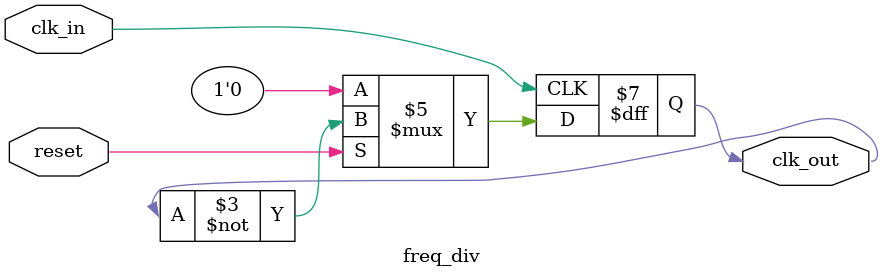
<source format=v>
`timescale 1ns/ 100ps
module freq_div(output reg clk_out,input clk_in,input reset);
  always@(posedge clk_in)
  begin 
    if(!reset)
      clk_out<=0;
      //reset simultaneously
  else
    clk_out<=~clk_out;
  end
endmodule
</source>
